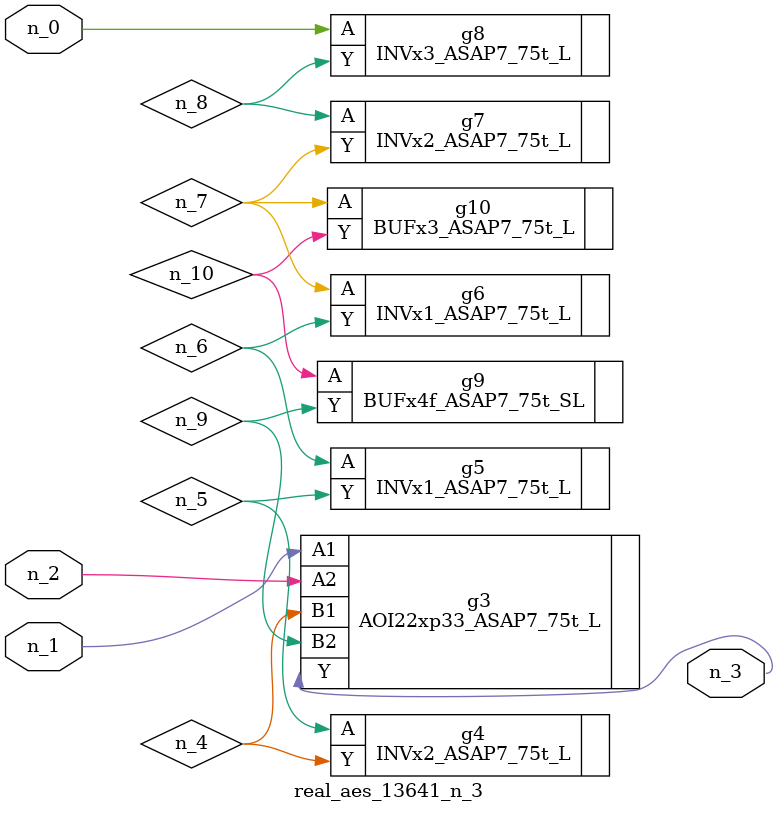
<source format=v>
module real_aes_13641_n_3 (n_0, n_2, n_1, n_3);
input n_0;
input n_2;
input n_1;
output n_3;
wire n_4;
wire n_5;
wire n_7;
wire n_9;
wire n_6;
wire n_8;
wire n_10;
INVx3_ASAP7_75t_L g8 ( .A(n_0), .Y(n_8) );
AOI22xp33_ASAP7_75t_L g3 ( .A1(n_1), .A2(n_2), .B1(n_4), .B2(n_9), .Y(n_3) );
INVx2_ASAP7_75t_L g4 ( .A(n_5), .Y(n_4) );
INVx1_ASAP7_75t_L g5 ( .A(n_6), .Y(n_5) );
INVx1_ASAP7_75t_L g6 ( .A(n_7), .Y(n_6) );
BUFx3_ASAP7_75t_L g10 ( .A(n_7), .Y(n_10) );
INVx2_ASAP7_75t_L g7 ( .A(n_8), .Y(n_7) );
BUFx4f_ASAP7_75t_SL g9 ( .A(n_10), .Y(n_9) );
endmodule
</source>
